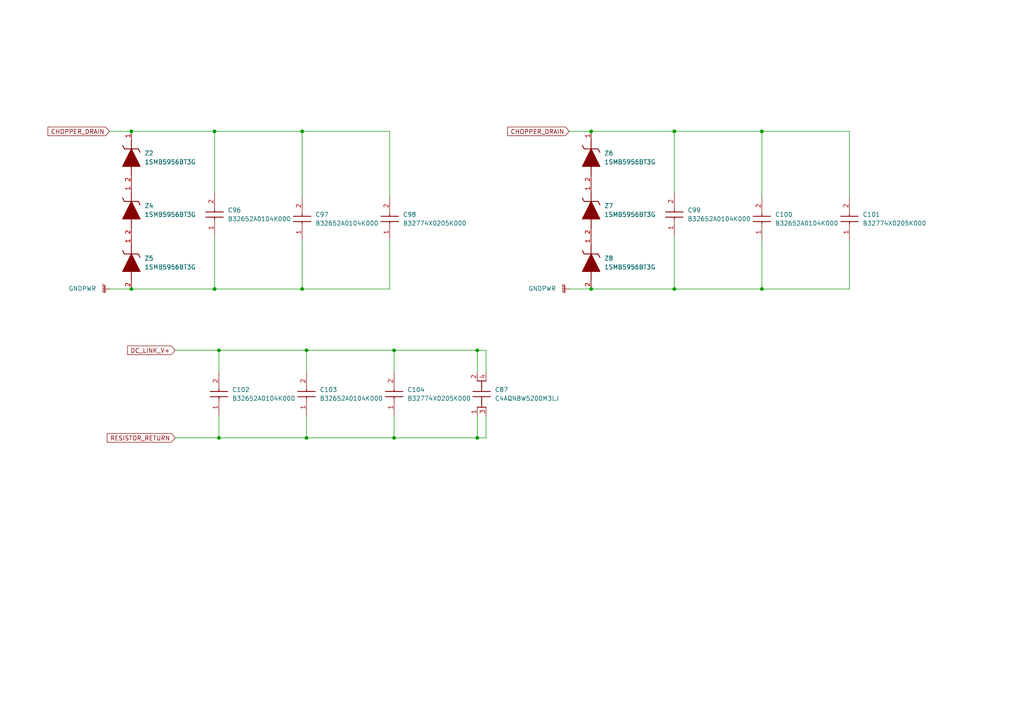
<source format=kicad_sch>
(kicad_sch (version 20250114) (generator "eeschema") (generator_version "9.0")
  (paper "A4")
  (lib_symbols
    (symbol "InverterCom:1SMB5956BT3G" (pin_names (hide yes))
      (property "Reference" "Z" (at 10.16 8.89 0))
      (property "Value" "1SMB5956BT3G" (at 10.16 6.35 0))
      (symbol "1SMB5956BT3G_1_1"
        (polyline (pts (xy 2.54 0) (xy 5.08 0)) (stroke (width 0.254)))
        (polyline (pts (xy 4.064 -2.54) (xy 5.08 -2.032)) (stroke (width 0.254)))
        (polyline (pts (xy 5.08 2.032) (xy 5.08 -2.032)) (stroke (width 0.254)))
        (polyline (pts (xy 5.08 2.032) (xy 6.096 2.54)) (stroke (width 0.254)))
        (polyline (pts (xy 5.08 0) (xy 10.16 2.54) (xy 10.16 -2.54) (xy 5.08 0)) (stroke (width 0.254)) (fill (type outline)))
        (polyline (pts (xy 12.7 0) (xy 10.16 0)) (stroke (width 0.254)))
        (pin passive line (at 0 0 0) (length 2.54) (name "K") (number "1"))
        (pin passive line (at 15.24 0 180) (length 2.54) (name "A") (number "2"))
      )
    )
    (symbol "InverterCom:B32652A0104K000" (pin_names (hide yes))
      (property "Reference" "C" (at 8.89 6.35 0))
      (property "Value" "B32652A0104K000" (at 8.89 3.81 0))
      (symbol "B32652A0104K000_1_1"
        (polyline (pts (xy 5.08 0) (xy 5.588 0)) (stroke (width 0.254)))
        (polyline (pts (xy 5.588 2.54) (xy 5.588 -2.54)) (stroke (width 0.254)))
        (polyline (pts (xy 7.112 2.54) (xy 7.112 -2.54)) (stroke (width 0.254)))
        (polyline (pts (xy 7.112 0) (xy 7.62 0)) (stroke (width 0.254)))
        (pin passive line (at 0 0 0) (length 5.08) (name "1") (number "1"))
        (pin passive line (at 12.7 0 180) (length 5.08) (name "2") (number "2"))
      )
    )
    (symbol "InverterCom:B32774X0205K000" (pin_names (hide yes))
      (property "Reference" "C" (at 8.89 6.35 0))
      (property "Value" "B32774X0205K000" (at 8.89 3.81 0))
      (symbol "B32774X0205K000_1_1"
        (polyline (pts (xy 5.08 0) (xy 5.588 0)) (stroke (width 0.254)))
        (polyline (pts (xy 5.588 2.54) (xy 5.588 -2.54)) (stroke (width 0.254)))
        (polyline (pts (xy 7.112 2.54) (xy 7.112 -2.54)) (stroke (width 0.254)))
        (polyline (pts (xy 7.112 0) (xy 7.62 0)) (stroke (width 0.254)))
        (pin passive line (at 0 0 0) (length 5.08) (name "1") (number "1"))
        (pin passive line (at 12.7 0 180) (length 5.08) (name "2") (number "2"))
      )
    )
    (symbol "InverterCom:C4AQNBW5200M3LJ" (pin_names (hide yes))
      (property "Reference" "C" (at 8.89 7.62 0))
      (property "Value" "C4AQNBW5200M3LJ" (at 8.89 5.08 0))
      (symbol "C4AQNBW5200M3LJ_1_1"
        (polyline (pts (xy 2.54 1.27) (xy 2.54 -1.27)) (stroke (width 0.254)))
        (polyline (pts (xy 2.54 0) (xy 5.588 0)) (stroke (width 0.254)))
        (polyline (pts (xy 5.588 2.54) (xy 5.588 -2.54)) (stroke (width 0.254)))
        (polyline (pts (xy 7.112 2.54) (xy 7.112 -2.54)) (stroke (width 0.254)))
        (polyline (pts (xy 10.16 1.27) (xy 10.16 -1.27)) (stroke (width 0.254)))
        (polyline (pts (xy 10.16 0) (xy 7.112 0)) (stroke (width 0.254)))
        (pin passive line (at 0 1.27 0) (length 2.54) (name "1") (number "1"))
        (pin passive line (at 0 -1.27 0) (length 2.54) (name "3") (number "3"))
        (pin passive line (at 12.7 1.27 180) (length 2.54) (name "2") (number "2"))
        (pin passive line (at 12.7 -1.27 180) (length 2.54) (name "4") (number "4"))
      )
    )
    (symbol "power:GNDPWR" (power) (pin_numbers (hide yes)) (pin_names (offset 0) (hide yes))
      (property "Value" "GNDPWR" (at 0 -3.302 0))
      (symbol "GNDPWR_0_1"
        (polyline (pts (xy -1.016 -1.27) (xy -1.27 -2.032) (xy -1.27 -2.032)) (stroke (width 0.2032)))
        (polyline (pts (xy -0.508 -1.27) (xy -0.762 -2.032) (xy -0.762 -2.032)) (stroke (width 0.2032)))
        (polyline (pts (xy 0 -1.27) (xy 0 0)))
        (polyline (pts (xy 0 -1.27) (xy -0.254 -2.032) (xy -0.254 -2.032)) (stroke (width 0.2032)))
        (polyline (pts (xy 0.508 -1.27) (xy 0.254 -2.032) (xy 0.254 -2.032)) (stroke (width 0.2032)))
        (polyline (pts (xy 1.016 -1.27) (xy -1.016 -1.27) (xy -1.016 -1.27)) (stroke (width 0.2032)))
        (polyline (pts (xy 1.016 -1.27) (xy 0.762 -2.032) (xy 0.762 -2.032) (xy 0.762 -2.032)) (stroke (width 0.2032)))
      )
      (symbol "GNDPWR_1_1"
        (pin power_in line (at 0 0 270) (length 0) (name "~") (number "1"))
      )
    )
  )
  (junction (at 220.98 38.1))
  (junction (at 88.9 127))
  (junction (at 87.63 83.82))
  (junction (at 195.58 38.1))
  (junction (at 114.3 101.6))
  (junction (at 63.5 101.6))
  (junction (at 38.1 38.1))
  (junction (at 88.9 101.6))
  (junction (at 171.45 38.1))
  (junction (at 138.43 127))
  (junction (at 114.3 127))
  (junction (at 38.1 83.82))
  (junction (at 87.63 38.1))
  (junction (at 171.45 83.82))
  (junction (at 62.23 83.82))
  (junction (at 62.23 38.1))
  (junction (at 63.5 127))
  (junction (at 195.58 83.82))
  (junction (at 220.98 83.82))
  (junction (at 138.43 101.6))
  (wire (pts (xy 63.5 101.6) (xy 88.9 101.6)))
  (wire (pts (xy 220.98 83.82) (xy 195.58 83.82)))
  (wire (pts (xy 63.5 127) (xy 50.8 127)))
  (wire (pts (xy 114.3 127) (xy 88.9 127)))
  (wire (pts (xy 140.97 120.65) (xy 140.97 127)))
  (wire (pts (xy 246.38 83.82) (xy 220.98 83.82)))
  (wire (pts (xy 87.63 57.15) (xy 87.63 38.1)))
  (wire (pts (xy 113.03 38.1) (xy 87.63 38.1)))
  (wire (pts (xy 62.23 68.58) (xy 62.23 83.82)))
  (wire (pts (xy 195.58 38.1) (xy 171.45 38.1)))
  (wire (pts (xy 113.03 83.82) (xy 87.63 83.82)))
  (wire (pts (xy 114.3 107.95) (xy 114.3 101.6)))
  (wire (pts (xy 88.9 107.95) (xy 88.9 101.6)))
  (wire (pts (xy 113.03 69.85) (xy 113.03 83.82)))
  (wire (pts (xy 195.58 68.58) (xy 195.58 83.82)))
  (wire (pts (xy 62.23 55.88) (xy 62.23 38.1)))
  (wire (pts (xy 114.3 101.6) (xy 138.43 101.6)))
  (wire (pts (xy 87.63 69.85) (xy 87.63 83.82)))
  (wire (pts (xy 195.58 55.88) (xy 195.58 38.1)))
  (wire (pts (xy 31.75 83.82) (xy 38.1 83.82)))
  (wire (pts (xy 88.9 101.6) (xy 114.3 101.6)))
  (wire (pts (xy 31.75 38.1) (xy 38.1 38.1)))
  (wire (pts (xy 138.43 120.65) (xy 138.43 127)))
  (wire (pts (xy 63.5 107.95) (xy 63.5 101.6)))
  (wire (pts (xy 246.38 57.15) (xy 246.38 38.1)))
  (wire (pts (xy 138.43 127) (xy 114.3 127)))
  (wire (pts (xy 138.43 101.6) (xy 138.43 107.95)))
  (wire (pts (xy 62.23 38.1) (xy 38.1 38.1)))
  (wire (pts (xy 165.1 38.1) (xy 171.45 38.1)))
  (wire (pts (xy 88.9 120.65) (xy 88.9 127)))
  (wire (pts (xy 246.38 69.85) (xy 246.38 83.82)))
  (wire (pts (xy 138.43 101.6) (xy 140.97 101.6)))
  (wire (pts (xy 165.1 83.82) (xy 171.45 83.82)))
  (wire (pts (xy 113.03 57.15) (xy 113.03 38.1)))
  (wire (pts (xy 220.98 69.85) (xy 220.98 83.82)))
  (wire (pts (xy 220.98 38.1) (xy 195.58 38.1)))
  (wire (pts (xy 140.97 101.6) (xy 140.97 107.95)))
  (wire (pts (xy 87.63 83.82) (xy 62.23 83.82)))
  (wire (pts (xy 114.3 120.65) (xy 114.3 127)))
  (wire (pts (xy 220.98 57.15) (xy 220.98 38.1)))
  (wire (pts (xy 87.63 38.1) (xy 62.23 38.1)))
  (wire (pts (xy 246.38 38.1) (xy 220.98 38.1)))
  (wire (pts (xy 63.5 120.65) (xy 63.5 127)))
  (wire (pts (xy 195.58 83.82) (xy 171.45 83.82)))
  (wire (pts (xy 62.23 83.82) (xy 38.1 83.82)))
  (wire (pts (xy 140.97 127) (xy 138.43 127)))
  (wire (pts (xy 88.9 127) (xy 63.5 127)))
  (wire (pts (xy 50.8 101.6) (xy 63.5 101.6)))
  (global_label "RESISTOR_RETURN" (shape input) (at 50.8 127 180) (property "Intersheetrefs" "${INTERSHEET_REFS}" (effects (hide yes))))
  (global_label "CHOPPER_DRAIN" (shape input) (at 31.75 38.1 180) (property "Intersheetrefs" "${INTERSHEET_REFS}" (effects (hide yes))))
  (global_label "CHOPPER_DRAIN" (shape input) (at 165.1 38.1 180) (property "Intersheetrefs" "${INTERSHEET_REFS}" (effects (hide yes))))
  (global_label "DC_LINK_V+" (shape input) (at 50.8 101.6 180) (property "Intersheetrefs" "${INTERSHEET_REFS}" (effects (hide yes))))
  (symbol (lib_id "InverterCom:B32774X0205K000") (at 113.03 69.85 90) (unit 1)
    (property "Reference" "C98" (at 116.84 62.2299 90) (effects (justify right)))
    (property "Value" "B32774X0205K000" (at 116.84 64.7699 90) (effects (justify right)))
    (property "Footprint" "InverterCom:B32774X__31.5_x_12.5_" (effects (hide yes)))
    (property "Datasheet" "https://product.tdk.com/system/files/dam/doc/product/capacitor/film/mkp_mfp/data_sheet/20/20/ds/mkp_b32774xyz_778xyz.pdf" (effects (hide yes)))
    (property "Description" "Metallized Polypropylene Capacitors (MKP/MFP), 2uF, 1000V DC, 12.5mm(W) x 21.5mm(H) x 31.5mm(L)" (effects (hide yes)))
    (property "Mouser Part Number" "871-B32774X0205K000" (effects (hide yes)))
    (property "Mouser Price/Stock" "https://www.mouser.co.uk/ProductDetail/EPCOS-TDK/B32774X0205K000?qs=RcG8xmE7yp3ZVC860hBcuA%3D%3D" (effects (hide yes)))
    (property "Manufacturer_Name" "TDK" (effects (hide yes)))
    (property "Manufacturer_Part_Number" "B32774X0205K000" (effects (hide yes)))
  )
  (symbol (lib_id "InverterCom:B32774X0205K000") (at 246.38 69.85 90) (unit 1)
    (property "Reference" "C101" (at 250.19 62.2299 90) (effects (justify right)))
    (property "Value" "B32774X0205K000" (at 250.19 64.7699 90) (effects (justify right)))
    (property "Footprint" "InverterCom:B32774X__31.5_x_12.5_" (effects (hide yes)))
    (property "Datasheet" "https://product.tdk.com/system/files/dam/doc/product/capacitor/film/mkp_mfp/data_sheet/20/20/ds/mkp_b32774xyz_778xyz.pdf" (effects (hide yes)))
    (property "Description" "Metallized Polypropylene Capacitors (MKP/MFP), 2uF, 1000V DC, 12.5mm(W) x 21.5mm(H) x 31.5mm(L)" (effects (hide yes)))
    (property "Mouser Part Number" "871-B32774X0205K000" (effects (hide yes)))
    (property "Mouser Price/Stock" "https://www.mouser.co.uk/ProductDetail/EPCOS-TDK/B32774X0205K000?qs=RcG8xmE7yp3ZVC860hBcuA%3D%3D" (effects (hide yes)))
    (property "Manufacturer_Name" "TDK" (effects (hide yes)))
    (property "Manufacturer_Part_Number" "B32774X0205K000" (effects (hide yes)))
  )
  (symbol (lib_id "InverterCom:B32652A0104K000") (at 87.63 69.85 90) (unit 1)
    (property "Reference" "C97" (at 91.44 62.2299 90) (effects (justify right)))
    (property "Value" "B32652A0104K000" (at 91.44 64.7699 90) (effects (justify right)))
    (property "Footprint" "InverterCom:B32652__18_x_9_" (effects (hide yes)))
    (property "Datasheet" "https://componentsearchengine.com/Datasheets/1/B32652A0104K000.pdf" (effects (hide yes)))
    (property "Description" "Metallized Polypropylene Capacitors (MKP/MFP), 0.1uF, 1000V DC, 9mm(W) x 17.5mm(H) x 18mm(L)" (effects (hide yes)))
    (property "Height" "17.5" (effects (hide yes)))
    (property "Mouser Part Number" "871-B32652A104K" (effects (hide yes)))
    (property "Mouser Price/Stock" "https://www.mouser.com/Search/Refine.aspx?Keyword=871-B32652A104K" (effects (hide yes)))
    (property "Manufacturer_Name" "TDK" (effects (hide yes)))
    (property "Manufacturer_Part_Number" "B32652A0104K000" (effects (hide yes)))
  )
  (symbol (lib_id "InverterCom:C4AQNBW5200M3LJ") (at 139.7 120.65 90) (unit 1)
    (property "Reference" "C87" (at 143.51 113.0299 90) (effects (justify right)))
    (property "Value" "C4AQNBW5200M3LJ" (at 143.51 115.5699 90) (effects (justify right)))
    (property "Footprint" "InverterCom:C4AQNBW5200M3LJ" (effects (hide yes)))
    (property "Datasheet" "https://search.kemet.com/component-documentation/download/specsheet/C4AQNBW5200M3LJ" (effects (hide yes)))
    (property "Description" "C4AQ-M, Film, Metallized Polypropylene, Automotive DC Link, 20 uF, 5%, 1000 VDC, 85C, Lead Spacing = 37.5mm" (effects (hide yes)))
    (property "Height" "45.2" (effects (hide yes)))
    (property "Mouser Part Number" "80-C4AQNBW5200M3LJ" (effects (hide yes)))
    (property "Mouser Price/Stock" "https://www.mouser.co.uk/ProductDetail/KEMET/C4AQNBW5200M3LJ?qs=81r%252BiQLm7BTexTL%252BFIaRbw%3D%3D" (effects (hide yes)))
    (property "Manufacturer_Name" "KEMET" (effects (hide yes)))
    (property "Manufacturer_Part_Number" "C4AQNBW5200M3LJ" (effects (hide yes)))
  )
  (symbol (lib_id "InverterCom:B32774X0205K000") (at 114.3 120.65 90) (unit 1)
    (property "Reference" "C104" (at 118.11 113.0299 90) (effects (justify right)))
    (property "Value" "B32774X0205K000" (at 118.11 115.5699 90) (effects (justify right)))
    (property "Footprint" "InverterCom:B32774X__31.5_x_12.5_" (effects (hide yes)))
    (property "Datasheet" "https://product.tdk.com/system/files/dam/doc/product/capacitor/film/mkp_mfp/data_sheet/20/20/ds/mkp_b32774xyz_778xyz.pdf" (effects (hide yes)))
    (property "Description" "Metallized Polypropylene Capacitors (MKP/MFP), 2uF, 1000V DC, 12.5mm(W) x 21.5mm(H) x 31.5mm(L)" (effects (hide yes)))
    (property "Mouser Part Number" "871-B32774X0205K000" (effects (hide yes)))
    (property "Mouser Price/Stock" "https://www.mouser.co.uk/ProductDetail/EPCOS-TDK/B32774X0205K000?qs=RcG8xmE7yp3ZVC860hBcuA%3D%3D" (effects (hide yes)))
    (property "Manufacturer_Name" "TDK" (effects (hide yes)))
    (property "Manufacturer_Part_Number" "B32774X0205K000" (effects (hide yes)))
  )
  (symbol (lib_id "InverterCom:1SMB5956BT3G") (at 171.45 68.58 270) (unit 1)
    (property "Reference" "Z8" (at 175.26 74.9299 90) (effects (justify left)))
    (property "Value" "1SMB5956BT3G" (at 175.26 77.4699 90) (effects (justify left)))
    (property "Footprint" "InverterCom:DIOM5436X247N" (effects (hide yes)))
    (property "Datasheet" "https://www.onsemi.com/pub/Collateral/1SMB5913BT3-D.PDF" (effects (hide yes)))
    (property "Description" "Zener Voltage Range - 3.3 V to 200 V; ESD Rating of Class 3 (>16 KV) per Human Body Model; Flat Handling Surface for Accurate Placement; Package Design for Top Side or Bottom Circuit Board Mounting Mechanical Characteristics:; CASE: Void-free, transfer-molded plastic; FINISH: All external surfaces are corrosion resistant with readily solderable leads; MAXIMUM CASE TEMPERATURE FOR SOLDERING PURPOSES: 260C for 10 seconds; LEADS: Modified L-Bend providing more contact area to bond pads; POLARITY: Cathode indi" (effects (hide yes)))
    (property "Height" "2.47" (effects (hide yes)))
    (property "Mouser Part Number" "863-1SMB5956BT3G" (effects (hide yes)))
    (property "Mouser Price/Stock" "https://www.mouser.co.uk/ProductDetail/onsemi/1SMB5956BT3G?qs=vLkC5FC1VN8ys0xTgSgReQ%3D%3D" (effects (hide yes)))
    (property "Manufacturer_Name" "onsemi" (effects (hide yes)))
    (property "Manufacturer_Part_Number" "1SMB5956BT3G" (effects (hide yes)))
  )
  (symbol (lib_id "InverterCom:B32652A0104K000") (at 88.9 120.65 90) (unit 1)
    (property "Reference" "C103" (at 92.71 113.0299 90) (effects (justify right)))
    (property "Value" "B32652A0104K000" (at 92.71 115.5699 90) (effects (justify right)))
    (property "Footprint" "InverterCom:B32652__18_x_9_" (effects (hide yes)))
    (property "Datasheet" "https://componentsearchengine.com/Datasheets/1/B32652A0104K000.pdf" (effects (hide yes)))
    (property "Description" "Metallized Polypropylene Capacitors (MKP/MFP), 0.1uF, 1000V DC, 9mm(W) x 17.5mm(H) x 18mm(L)" (effects (hide yes)))
    (property "Height" "17.5" (effects (hide yes)))
    (property "Mouser Part Number" "871-B32652A104K" (effects (hide yes)))
    (property "Mouser Price/Stock" "https://www.mouser.com/Search/Refine.aspx?Keyword=871-B32652A104K" (effects (hide yes)))
    (property "Manufacturer_Name" "TDK" (effects (hide yes)))
    (property "Manufacturer_Part_Number" "B32652A0104K000" (effects (hide yes)))
  )
  (symbol (lib_id "InverterCom:B32652A0104K000") (at 63.5 120.65 90) (unit 1)
    (property "Reference" "C102" (at 67.31 113.0299 90) (effects (justify right)))
    (property "Value" "B32652A0104K000" (at 67.31 115.5699 90) (effects (justify right)))
    (property "Footprint" "InverterCom:B32652__18_x_9_" (effects (hide yes)))
    (property "Datasheet" "https://componentsearchengine.com/Datasheets/1/B32652A0104K000.pdf" (effects (hide yes)))
    (property "Description" "Metallized Polypropylene Capacitors (MKP/MFP), 0.1uF, 1000V DC, 9mm(W) x 17.5mm(H) x 18mm(L)" (effects (hide yes)))
    (property "Height" "17.5" (effects (hide yes)))
    (property "Mouser Part Number" "871-B32652A104K" (effects (hide yes)))
    (property "Mouser Price/Stock" "https://www.mouser.com/Search/Refine.aspx?Keyword=871-B32652A104K" (effects (hide yes)))
    (property "Manufacturer_Name" "TDK" (effects (hide yes)))
    (property "Manufacturer_Part_Number" "B32652A0104K000" (effects (hide yes)))
  )
  (symbol (lib_id "InverterCom:1SMB5956BT3G") (at 38.1 38.1 270) (unit 1)
    (property "Reference" "Z2" (at 41.91 44.4499 90) (effects (justify left)))
    (property "Value" "1SMB5956BT3G" (at 41.91 46.9899 90) (effects (justify left)))
    (property "Footprint" "InverterCom:DIOM5436X247N" (effects (hide yes)))
    (property "Datasheet" "https://www.onsemi.com/pub/Collateral/1SMB5913BT3-D.PDF" (effects (hide yes)))
    (property "Description" "Zener Voltage Range - 3.3 V to 200 V; ESD Rating of Class 3 (>16 KV) per Human Body Model; Flat Handling Surface for Accurate Placement; Package Design for Top Side or Bottom Circuit Board Mounting Mechanical Characteristics:; CASE: Void-free, transfer-molded plastic; FINISH: All external surfaces are corrosion resistant with readily solderable leads; MAXIMUM CASE TEMPERATURE FOR SOLDERING PURPOSES: 260C for 10 seconds; LEADS: Modified L-Bend providing more contact area to bond pads; POLARITY: Cathode indi" (effects (hide yes)))
    (property "Height" "2.47" (effects (hide yes)))
    (property "Mouser Part Number" "863-1SMB5956BT3G" (effects (hide yes)))
    (property "Mouser Price/Stock" "https://www.mouser.co.uk/ProductDetail/onsemi/1SMB5956BT3G?qs=vLkC5FC1VN8ys0xTgSgReQ%3D%3D" (effects (hide yes)))
    (property "Manufacturer_Name" "onsemi" (effects (hide yes)))
    (property "Manufacturer_Part_Number" "1SMB5956BT3G" (effects (hide yes)))
  )
  (symbol (lib_id "InverterCom:B32652A0104K000") (at 62.23 68.58 90) (unit 1)
    (property "Reference" "C96" (at 66.04 60.9599 90) (effects (justify right)))
    (property "Value" "B32652A0104K000" (at 66.04 63.4999 90) (effects (justify right)))
    (property "Footprint" "InverterCom:B32652__18_x_9_" (effects (hide yes)))
    (property "Datasheet" "https://componentsearchengine.com/Datasheets/1/B32652A0104K000.pdf" (effects (hide yes)))
    (property "Description" "Metallized Polypropylene Capacitors (MKP/MFP), 0.1uF, 1000V DC, 9mm(W) x 17.5mm(H) x 18mm(L)" (effects (hide yes)))
    (property "Height" "17.5" (effects (hide yes)))
    (property "Mouser Part Number" "871-B32652A104K" (effects (hide yes)))
    (property "Mouser Price/Stock" "https://www.mouser.com/Search/Refine.aspx?Keyword=871-B32652A104K" (effects (hide yes)))
    (property "Manufacturer_Name" "TDK" (effects (hide yes)))
    (property "Manufacturer_Part_Number" "B32652A0104K000" (effects (hide yes)))
  )
  (symbol (lib_id "InverterCom:1SMB5956BT3G") (at 171.45 38.1 270) (unit 1)
    (property "Reference" "Z6" (at 175.26 44.4499 90) (effects (justify left)))
    (property "Value" "1SMB5956BT3G" (at 175.26 46.9899 90) (effects (justify left)))
    (property "Footprint" "InverterCom:DIOM5436X247N" (effects (hide yes)))
    (property "Datasheet" "https://www.onsemi.com/pub/Collateral/1SMB5913BT3-D.PDF" (effects (hide yes)))
    (property "Description" "Zener Voltage Range - 3.3 V to 200 V; ESD Rating of Class 3 (>16 KV) per Human Body Model; Flat Handling Surface for Accurate Placement; Package Design for Top Side or Bottom Circuit Board Mounting Mechanical Characteristics:; CASE: Void-free, transfer-molded plastic; FINISH: All external surfaces are corrosion resistant with readily solderable leads; MAXIMUM CASE TEMPERATURE FOR SOLDERING PURPOSES: 260C for 10 seconds; LEADS: Modified L-Bend providing more contact area to bond pads; POLARITY: Cathode indi" (effects (hide yes)))
    (property "Height" "2.47" (effects (hide yes)))
    (property "Mouser Part Number" "863-1SMB5956BT3G" (effects (hide yes)))
    (property "Mouser Price/Stock" "https://www.mouser.co.uk/ProductDetail/onsemi/1SMB5956BT3G?qs=vLkC5FC1VN8ys0xTgSgReQ%3D%3D" (effects (hide yes)))
    (property "Manufacturer_Name" "onsemi" (effects (hide yes)))
    (property "Manufacturer_Part_Number" "1SMB5956BT3G" (effects (hide yes)))
  )
  (symbol (lib_id "power:GNDPWR") (at 31.75 83.82 270) (unit 1)
    (property "Reference" "#PWR013" (effects (hide yes)))
    (property "Value" "GNDPWR" (at 27.94 83.6929 90) (effects (justify right)))
    (property "Description" "Power symbol creates a global label with name \"GNDPWR\" , global ground" (effects (hide yes)))
  )
  (symbol (lib_id "InverterCom:1SMB5956BT3G") (at 38.1 68.58 270) (unit 1)
    (property "Reference" "Z5" (at 41.91 74.9299 90) (effects (justify left)))
    (property "Value" "1SMB5956BT3G" (at 41.91 77.4699 90) (effects (justify left)))
    (property "Footprint" "InverterCom:DIOM5436X247N" (effects (hide yes)))
    (property "Datasheet" "https://www.onsemi.com/pub/Collateral/1SMB5913BT3-D.PDF" (effects (hide yes)))
    (property "Description" "Zener Voltage Range - 3.3 V to 200 V; ESD Rating of Class 3 (>16 KV) per Human Body Model; Flat Handling Surface for Accurate Placement; Package Design for Top Side or Bottom Circuit Board Mounting Mechanical Characteristics:; CASE: Void-free, transfer-molded plastic; FINISH: All external surfaces are corrosion resistant with readily solderable leads; MAXIMUM CASE TEMPERATURE FOR SOLDERING PURPOSES: 260C for 10 seconds; LEADS: Modified L-Bend providing more contact area to bond pads; POLARITY: Cathode indi" (effects (hide yes)))
    (property "Height" "2.47" (effects (hide yes)))
    (property "Mouser Part Number" "863-1SMB5956BT3G" (effects (hide yes)))
    (property "Mouser Price/Stock" "https://www.mouser.co.uk/ProductDetail/onsemi/1SMB5956BT3G?qs=vLkC5FC1VN8ys0xTgSgReQ%3D%3D" (effects (hide yes)))
    (property "Manufacturer_Name" "onsemi" (effects (hide yes)))
    (property "Manufacturer_Part_Number" "1SMB5956BT3G" (effects (hide yes)))
  )
  (symbol (lib_id "InverterCom:1SMB5956BT3G") (at 171.45 53.34 270) (unit 1)
    (property "Reference" "Z7" (at 175.26 59.6899 90) (effects (justify left)))
    (property "Value" "1SMB5956BT3G" (at 175.26 62.2299 90) (effects (justify left)))
    (property "Footprint" "InverterCom:DIOM5436X247N" (effects (hide yes)))
    (property "Datasheet" "https://www.onsemi.com/pub/Collateral/1SMB5913BT3-D.PDF" (effects (hide yes)))
    (property "Description" "Zener Voltage Range - 3.3 V to 200 V; ESD Rating of Class 3 (>16 KV) per Human Body Model; Flat Handling Surface for Accurate Placement; Package Design for Top Side or Bottom Circuit Board Mounting Mechanical Characteristics:; CASE: Void-free, transfer-molded plastic; FINISH: All external surfaces are corrosion resistant with readily solderable leads; MAXIMUM CASE TEMPERATURE FOR SOLDERING PURPOSES: 260C for 10 seconds; LEADS: Modified L-Bend providing more contact area to bond pads; POLARITY: Cathode indi" (effects (hide yes)))
    (property "Height" "2.47" (effects (hide yes)))
    (property "Mouser Part Number" "863-1SMB5956BT3G" (effects (hide yes)))
    (property "Mouser Price/Stock" "https://www.mouser.co.uk/ProductDetail/onsemi/1SMB5956BT3G?qs=vLkC5FC1VN8ys0xTgSgReQ%3D%3D" (effects (hide yes)))
    (property "Manufacturer_Name" "onsemi" (effects (hide yes)))
    (property "Manufacturer_Part_Number" "1SMB5956BT3G" (effects (hide yes)))
  )
  (symbol (lib_id "InverterCom:B32652A0104K000") (at 220.98 69.85 90) (unit 1)
    (property "Reference" "C100" (at 224.79 62.2299 90) (effects (justify right)))
    (property "Value" "B32652A0104K000" (at 224.79 64.7699 90) (effects (justify right)))
    (property "Footprint" "InverterCom:B32652__18_x_9_" (effects (hide yes)))
    (property "Datasheet" "https://componentsearchengine.com/Datasheets/1/B32652A0104K000.pdf" (effects (hide yes)))
    (property "Description" "Metallized Polypropylene Capacitors (MKP/MFP), 0.1uF, 1000V DC, 9mm(W) x 17.5mm(H) x 18mm(L)" (effects (hide yes)))
    (property "Height" "17.5" (effects (hide yes)))
    (property "Mouser Part Number" "871-B32652A104K" (effects (hide yes)))
    (property "Mouser Price/Stock" "https://www.mouser.com/Search/Refine.aspx?Keyword=871-B32652A104K" (effects (hide yes)))
    (property "Manufacturer_Name" "TDK" (effects (hide yes)))
    (property "Manufacturer_Part_Number" "B32652A0104K000" (effects (hide yes)))
  )
  (symbol (lib_id "power:GNDPWR") (at 165.1 83.82 270) (unit 1)
    (property "Reference" "#PWR014" (effects (hide yes)))
    (property "Value" "GNDPWR" (at 161.29 83.6929 90) (effects (justify right)))
    (property "Description" "Power symbol creates a global label with name \"GNDPWR\" , global ground" (effects (hide yes)))
  )
  (symbol (lib_id "InverterCom:1SMB5956BT3G") (at 38.1 53.34 270) (unit 1)
    (property "Reference" "Z4" (at 41.91 59.6899 90) (effects (justify left)))
    (property "Value" "1SMB5956BT3G" (at 41.91 62.2299 90) (effects (justify left)))
    (property "Footprint" "InverterCom:DIOM5436X247N" (effects (hide yes)))
    (property "Datasheet" "https://www.onsemi.com/pub/Collateral/1SMB5913BT3-D.PDF" (effects (hide yes)))
    (property "Description" "Zener Voltage Range - 3.3 V to 200 V; ESD Rating of Class 3 (>16 KV) per Human Body Model; Flat Handling Surface for Accurate Placement; Package Design for Top Side or Bottom Circuit Board Mounting Mechanical Characteristics:; CASE: Void-free, transfer-molded plastic; FINISH: All external surfaces are corrosion resistant with readily solderable leads; MAXIMUM CASE TEMPERATURE FOR SOLDERING PURPOSES: 260C for 10 seconds; LEADS: Modified L-Bend providing more contact area to bond pads; POLARITY: Cathode indi" (effects (hide yes)))
    (property "Height" "2.47" (effects (hide yes)))
    (property "Mouser Part Number" "863-1SMB5956BT3G" (effects (hide yes)))
    (property "Mouser Price/Stock" "https://www.mouser.co.uk/ProductDetail/onsemi/1SMB5956BT3G?qs=vLkC5FC1VN8ys0xTgSgReQ%3D%3D" (effects (hide yes)))
    (property "Manufacturer_Name" "onsemi" (effects (hide yes)))
    (property "Manufacturer_Part_Number" "1SMB5956BT3G" (effects (hide yes)))
  )
  (symbol (lib_id "InverterCom:B32652A0104K000") (at 195.58 68.58 90) (unit 1)
    (property "Reference" "C99" (at 199.39 60.9599 90) (effects (justify right)))
    (property "Value" "B32652A0104K000" (at 199.39 63.4999 90) (effects (justify right)))
    (property "Footprint" "InverterCom:B32652__18_x_9_" (effects (hide yes)))
    (property "Datasheet" "https://componentsearchengine.com/Datasheets/1/B32652A0104K000.pdf" (effects (hide yes)))
    (property "Description" "Metallized Polypropylene Capacitors (MKP/MFP), 0.1uF, 1000V DC, 9mm(W) x 17.5mm(H) x 18mm(L)" (effects (hide yes)))
    (property "Height" "17.5" (effects (hide yes)))
    (property "Mouser Part Number" "871-B32652A104K" (effects (hide yes)))
    (property "Mouser Price/Stock" "https://www.mouser.com/Search/Refine.aspx?Keyword=871-B32652A104K" (effects (hide yes)))
    (property "Manufacturer_Name" "TDK" (effects (hide yes)))
    (property "Manufacturer_Part_Number" "B32652A0104K000" (effects (hide yes)))
  )
)
</source>
